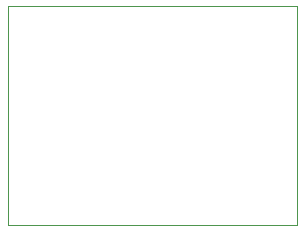
<source format=gbp>
G04 Layer_Color=128*
%FSAX44Y44*%
%MOMM*%
G71*
G01*
G75*
%ADD20C,0.1016*%
D20*
X00020000Y00000000D02*
X00265000D01*
Y00185000D01*
X00020000D02*
X00265000D01*
X00020000Y00000000D02*
Y00185000D01*
M02*

</source>
